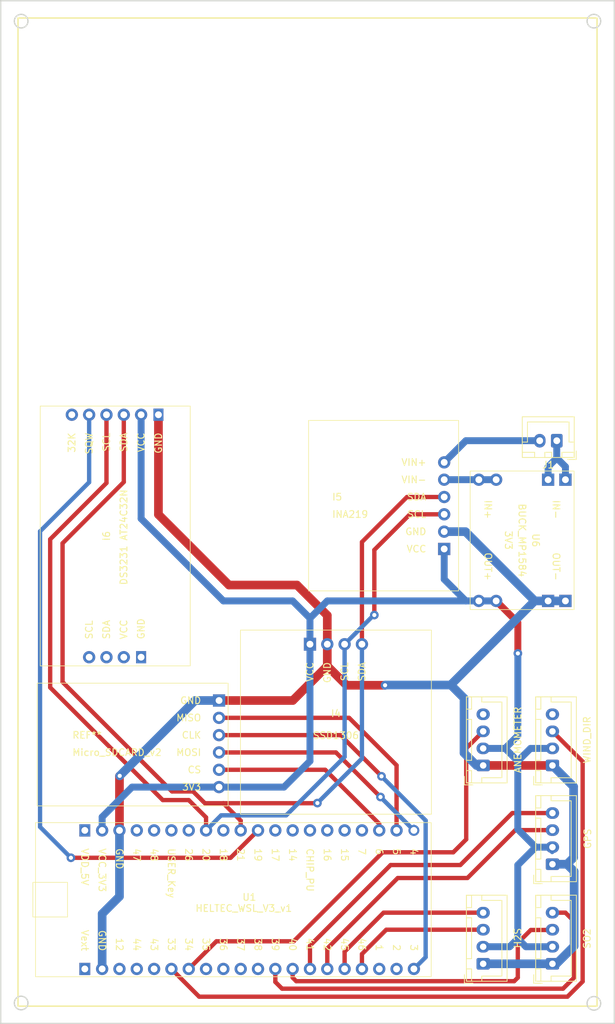
<source format=kicad_pcb>
(kicad_pcb (version 20241229) (generator "pcbnew") (generator_version "9.0")
  (layers (0 "F.Cu" signal) (2 "B.Cu" signal) (13 "F.Paste" user) (15 "B.Paste" user) (5 "F.SilkS" user "F.Silkscreen") (7 "B.SilkS" user "B.Silkscreen") (1 "F.Mask" user) (3 "B.Mask" user) (25 "Edge.Cuts" user))
  (net 0 "")
  (net 1 "+3V3")
  (net 2 "GND")
  (net 3 "SO2_TX")
  (net 4 "SO2_RX")
  (net 7 "H2S_RX")
  (net 8 "H2S_TX")
  (net 12 "GPS_TX")
  (net 15 "GPS_RX")
  (net 16 "I2C_SCL")
  (net 22 "I2C_SDA")
  (net 23 "Net-(I5-VIN-)")
  (net 24 "BMS_P+")
  (net 25 "RTC_INT_SQW")
  (net 31 "ADC_WIND_DIR")
  (net 32 "SPI_MOSI")
  (net 34 "SPI_SCK")
  (net 35 "SD_CS")
  (net 38 "SPI_MISO")
  (net 40 "ADC_ANEMOMETER")
  (net 41 "BMS_P-")
  (footprint "Custom Board:uBlox_NEO-6M_JST" (layer "F.Cu") (at 122.01 147.915 90)
    (property "Reference" "I3" (hide yes))
    (property "Value" "uBlox_NEO-6M" (hide yes))
    (fp_line (start -5.33 -2.84) (end -6.58 -2.84) (stroke (width 0.12)) (layer "F.SilkS"))
    (fp_line (start -6.58 -2.84) (end -6.58 -1.59) (stroke (width 0.12)) (layer "F.SilkS"))
    (fp_line (start 6.33 -2.55) (end -6.29 -2.55) (stroke (width 0.12)) (layer "F.SilkS"))
    (fp_line (start -6.29 -2.55) (end -6.29 3.42) (stroke (width 0.12)) (layer "F.SilkS"))
    (fp_line (start 6.32 -2.54) (end 4.52 -2.54) (stroke (width 0.12)) (layer "F.SilkS"))
    (fp_line (start 4.52 -2.54) (end 4.52 -1.79) (stroke (width 0.12)) (layer "F.SilkS"))
    (fp_line (start 3.02 -2.54) (end -2.98 -2.54) (stroke (width 0.12)) (layer "F.SilkS"))
    (fp_line (start -2.98 -2.54) (end -2.98 -1.79) (stroke (width 0.12)) (layer "F.SilkS"))
    (fp_line (start -4.48 -2.54) (end -6.28 -2.54) (stroke (width 0.12)) (layer "F.SilkS"))
    (fp_line (start -6.28 -2.54) (end -6.28 -1.79) (stroke (width 0.12)) (layer "F.SilkS"))
    (fp_line (start 6.32 -1.79) (end 6.32 -2.54) (stroke (width 0.12)) (layer "F.SilkS"))
    (fp_line (start 4.52 -1.79) (end 6.32 -1.79) (stroke (width 0.12)) (layer "F.SilkS"))
    (fp_line (start 3.02 -1.79) (end 3.02 -2.54) (stroke (width 0.12)) (layer "F.SilkS"))
    (fp_line (start -2.98 -1.79) (end 3.02 -1.79) (stroke (width 0.12)) (layer "F.SilkS"))
    (fp_line (start -4.48 -1.79) (end -4.48 -2.54) (stroke (width 0.12)) (layer "F.SilkS"))
    (fp_line (start -6.28 -1.79) (end -4.48 -1.79) (stroke (width 0.12)) (layer "F.SilkS"))
    (fp_line (start 6.32 -0.29) (end 5.57 -0.29) (stroke (width 0.12)) (layer "F.SilkS"))
    (fp_line (start 5.57 -0.29) (end 5.57 2.66) (stroke (width 0.12)) (layer "F.SilkS"))
    (fp_line (start -5.53 -0.29) (end -5.53 2.66) (stroke (width 0.12)) (layer "F.SilkS"))
    (fp_line (start -6.28 -0.29) (end -5.53 -0.29) (stroke (width 0.12)) (layer "F.SilkS"))
    (fp_line (start 5.57 2.66) (end 0.02 2.66) (stroke (width 0.12)) (layer "F.SilkS"))
    (fp_line (start -5.53 2.66) (end 0.02 2.66) (stroke (width 0.12)) (layer "F.SilkS"))
    (fp_line (start 6.33 3.42) (end 6.33 -2.55) (stroke (width 0.12)) (layer "F.SilkS"))
    (fp_line (start -6.29 3.42) (end 6.33 3.42) (stroke (width 0.12)) (layer "F.SilkS"))
    (fp_text user "GPS" (at 0 5.08 90) (layer "F.SilkS"))
    (pad "1" thru_hole roundrect (at -3.73 -0.09 90) (size 1.7 1.95) (drill 0.95) (layers "*.Cu" "*.Mask") (roundrect_rratio 0.147059) (net 2 "GND"))
    (pad "2" thru_hole oval (at -1.23 -0.09 90) (size 1.7 1.95) (drill 0.95) (layers "*.Cu" "*.Mask") (net 1 "+3V3"))
    (pad "3" thru_hole oval (at 1.27 -0.09 90) (size 1.7 1.95) (drill 0.95) (layers "*.Cu" "*.Mask") (net 12 "GPS_TX"))
    (pad "4" thru_hole oval (at 3.77 -0.09 90) (size 1.7 1.95) (drill 0.95) (layers "*.Cu" "*.Mask") (net 15 "GPS_RX"))
  )
  (footprint "Custom Board:TB600C_H2S" (layer "F.Cu") (at 111.76 162.48 90)
    (property "Reference" "I2" (hide yes))
    (property "Value" "TB600C_H2S" (hide yes))
    (fp_line (start -5.37 -2.75) (end -6.62 -2.75) (stroke (width 0.12)) (layer "F.SilkS"))
    (fp_line (start -6.62 -2.75) (end -6.62 -1.5) (stroke (width 0.12)) (layer "F.SilkS"))
    (fp_line (start 6.29 -2.46) (end -6.33 -2.46) (stroke (width 0.12)) (layer "F.SilkS"))
    (fp_line (start -6.33 -2.46) (end -6.33 3.51) (stroke (width 0.12)) (layer "F.SilkS"))
    (fp_line (start 6.28 -2.45) (end 4.48 -2.45) (stroke (width 0.12)) (layer "F.SilkS"))
    (fp_line (start 4.48 -2.45) (end 4.48 -1.7) (stroke (width 0.12)) (layer "F.SilkS"))
    (fp_line (start 2.98 -2.45) (end -3.02 -2.45) (stroke (width 0.12)) (layer "F.SilkS"))
    (fp_line (start -3.02 -2.45) (end -3.02 -1.7) (stroke (width 0.12)) (layer "F.SilkS"))
    (fp_line (start -4.52 -2.45) (end -6.32 -2.45) (stroke (width 0.12)) (layer "F.SilkS"))
    (fp_line (start -6.32 -2.45) (end -6.32 -1.7) (stroke (width 0.12)) (layer "F.SilkS"))
    (fp_line (start 6.28 -1.7) (end 6.28 -2.45) (stroke (width 0.12)) (layer "F.SilkS"))
    (fp_line (start 4.48 -1.7) (end 6.28 -1.7) (stroke (width 0.12)) (layer "F.SilkS"))
    (fp_line (start 2.98 -1.7) (end 2.98 -2.45) (stroke (width 0.12)) (layer "F.SilkS"))
    (fp_line (start -3.02 -1.7) (end 2.98 -1.7) (stroke (width 0.12)) (layer "F.SilkS"))
    (fp_line (start -4.52 -1.7) (end -4.52 -2.45) (stroke (width 0.12)) (layer "F.SilkS"))
    (fp_line (start -6.32 -1.7) (end -4.52 -1.7) (stroke (width 0.12)) (layer "F.SilkS"))
    (fp_line (start 6.28 -0.2) (end 5.53 -0.2) (stroke (width 0.12)) (layer "F.SilkS"))
    (fp_line (start 5.53 -0.2) (end 5.53 2.75) (stroke (width 0.12)) (layer "F.SilkS"))
    (fp_line (start -5.57 -0.2) (end -5.57 2.75) (stroke (width 0.12)) (layer "F.SilkS"))
    (fp_line (start -6.32 -0.2) (end -5.57 -0.2) (stroke (width 0.12)) (layer "F.SilkS"))
    (fp_line (start 5.53 2.75) (end -0.02 2.75) (stroke (width 0.12)) (layer "F.SilkS"))
    (fp_line (start -5.57 2.75) (end -0.02 2.75) (stroke (width 0.12)) (layer "F.SilkS"))
    (fp_line (start 6.29 3.51) (end 6.29 -2.46) (stroke (width 0.12)) (layer "F.SilkS"))
    (fp_line (start -6.33 3.51) (end 6.29 3.51) (stroke (width 0.12)) (layer "F.SilkS"))
    (fp_text user "H2S" (at 0 5.08 90) (layer "F.SilkS"))
    (pad "1" thru_hole roundrect (at -3.77 0 90) (size 1.7 1.95) (drill 0.95) (layers "*.Cu" "*.Mask") (roundrect_rratio 0.147059) (net 2 "GND"))
    (pad "2" thru_hole oval (at -1.27 0 90) (size 1.7 1.95) (drill 0.95) (layers "*.Cu" "*.Mask") (net 1 "+3V3"))
    (pad "3" thru_hole oval (at 1.23 0 90) (size 1.7 1.95) (drill 0.95) (layers "*.Cu" "*.Mask") (net 8 "H2S_TX"))
    (pad "4" thru_hole oval (at 3.73 0 90) (size 1.7 1.95) (drill 0.95) (layers "*.Cu" "*.Mask") (net 7 "H2S_RX"))
  )
  (footprint "Custom Board:SSD1306_onBoard" (layer "F.Cu") (at 90.17 130.81)
    (property "Reference" "I4" (at 0 -1.27 0) (layer "F.SilkS"))
    (property "Value" "SSD1306​")
    (fp_rect (start -14 -13.5) (end 14 13.5) (stroke (width 0.1)) (fill no) (layer "F.SilkS"))
    (fp_text user "SCL" (at 1.27 -8.89 90) (layer "F.SilkS") (effects (justify right)))
    (fp_text user "SDA" (at 3.81 -8.89 90) (layer "F.SilkS") (effects (justify right)))
    (fp_text user "SSD1306" (at 0 2.54 0) (layer "F.SilkS") (effects (justify bottom)))
    (fp_text user "GND" (at -1.27 -8.89 90) (layer "F.SilkS") (effects (justify right)))
    (fp_text user "VCC" (at -3.81 -8.89 90) (layer "F.SilkS") (effects (justify right)))
    (pad "1" thru_hole rect (at -3.81 -11.43) (size 1.8 1.9) (drill 1) (layers "*.Cu" "*.Mask") (net 1 "+3V3"))
    (pad "2" thru_hole circle (at -1.27 -11.43) (size 1.8 1.8) (drill 1) (layers "*.Cu" "*.Mask") (net 2 "GND"))
    (pad "3" thru_hole circle (at 1.27 -11.43) (size 1.8 1.8) (drill 1) (layers "*.Cu" "*.Mask") (net 16 "I2C_SCL"))
    (pad "4" thru_hole circle (at 3.81 -11.43) (size 1.8 1.8) (drill 1) (layers "*.Cu" "*.Mask") (net 22 "I2C_SDA"))
  )
  (footprint "Custom Board:DS3231" (layer "F.Cu") (at 59.055001 103.505 90)
    (property "Reference" "I6" (at 0 -2.54 90) (layer "F.SilkS"))
    (property "Value" "DS3231​")
    (fp_rect (start -19.05 -12.255494) (end 19.05 9.744506) (stroke (width 0.1)) (fill no) (layer "F.SilkS"))
    (fp_text user "GND" (at -15.24 2.54 90) (layer "F.SilkS") (effects (justify left)))
    (fp_text user "VCC" (at -15.24 0 90) (layer "F.SilkS") (effects (justify left)))
    (fp_text user "SDA" (at 15.24 -0.000001 90) (layer "F.SilkS") (effects (font (thickness 0.15) (bold yes)) (justify right)))
    (fp_text user "VCC" (at 15.24 2.539999 90) (layer "F.SilkS") (effects (font (thickness 0.15) (bold yes)) (justify right)))
    (fp_text user "SCL" (at 15.24 -2.540001 90) (layer "F.SilkS") (effects (font (thickness 0.15) (bold yes)) (justify right)))
    (fp_text user "SDA" (at -15.24 -2.54 90) (layer "F.SilkS") (effects (justify left)))
    (fp_text user "DS3231 AT24C32N" (at -0.185 0 90) (layer "F.SilkS"))
    (fp_text user "32K" (at 15.24 -7.620001 90) (layer "F.SilkS") (effects (font (thickness 0.15) (bold yes)) (justify right)))
    (fp_text user "GND" (at 15.24 5.079999 90) (layer "F.SilkS") (effects (font (thickness 0.15) (bold yes)) (justify right)))
    (fp_text user "SQW" (at 15.24 -5.080001 90) (layer "F.SilkS") (effects (font (thickness 0.15) (bold yes)) (justify right)))
    (fp_text user "SCL" (at -15.24 -5.08 90) (layer "F.SilkS") (effects (justify left)))
    (pad "1" thru_hole rect (at 17.78 5.079999 270) (size 1.8 1.47) (drill 1) (layers "*.Cu" "*.Mask") (net 2 "GND"))
    (pad "2" thru_hole circle (at 17.78 2.539999 270) (size 1.8 1.8) (drill 1) (layers "*.Cu" "*.Mask") (net 1 "+3V3"))
    (pad "3" thru_hole circle (at 17.78 -0.000001 270) (size 1.8 1.8) (drill 1) (layers "*.Cu" "*.Mask") (net 22 "I2C_SDA"))
    (pad "4" thru_hole circle (at 17.78 -2.540001 270) (size 1.8 1.8) (drill 1) (layers "*.Cu" "*.Mask") (net 16 "I2C_SCL"))
    (pad "5" thru_hole circle (at 17.78 -5.080001 270) (size 1.8 1.8) (drill 1) (layers "*.Cu" "*.Mask") (net 25 "RTC_INT_SQW"))
    (pad "6" thru_hole circle (at 17.78 -7.620001 270) (size 1.8 1.8) (drill 1) (layers "*.Cu" "*.Mask"))
    (pad "7" thru_hole rect (at -17.78 2.54 270) (size 1.8 1.47) (drill 1) (layers "*.Cu" "*.Mask"))
    (pad "8" thru_hole circle (at -17.78 0 270) (size 1.8 1.8) (drill 1) (layers "*.Cu" "*.Mask"))
    (pad "9" thru_hole circle (at -17.78 -2.54 270) (size 1.8 1.8) (drill 1) (layers "*.Cu" "*.Mask"))
    (pad "10" thru_hole circle (at -17.78 -5.08 270) (size 1.8 1.8) (drill 1) (layers "*.Cu" "*.Mask"))
  )
  (footprint "Connector_JST:JST_XH_B2B-XH-A_1x02_P2.50mm_Vertical" (layer "F.Cu") (at 122.555 89.535 180)
    (property "Reference" "J1" (at 1.25 -3.55 0) (layer "F.SilkS"))
    (property "Value" "Conn_01x02")
    (fp_line (start 5.06 3.51) (end 5.06 -2.46) (stroke (width 0.12)) (layer "F.SilkS"))
    (fp_line (start 5.06 -2.46) (end -2.56 -2.46) (stroke (width 0.12)) (layer "F.SilkS"))
    (fp_line (start 5.05 -0.2) (end 4.3 -0.2) (stroke (width 0.12)) (layer "F.SilkS"))
    (fp_line (start 5.05 -1.7) (end 5.05 -2.45) (stroke (width 0.12)) (layer "F.SilkS"))
    (fp_line (start 5.05 -2.45) (end 3.25 -2.45) (stroke (width 0.12)) (layer "F.SilkS"))
    (fp_line (start 4.3 2.75) (end 1.25 2.75) (stroke (width 0.12)) (layer "F.SilkS"))
    (fp_line (start 4.3 -0.2) (end 4.3 2.75) (stroke (width 0.12)) (layer "F.SilkS"))
    (fp_line (start 3.25 -1.7) (end 5.05 -1.7) (stroke (width 0.12)) (layer "F.SilkS"))
    (fp_line (start 3.25 -2.45) (end 3.25 -1.7) (stroke (width 0.12)) (layer "F.SilkS"))
    (fp_line (start 1.75 -1.7) (end 1.75 -2.45) (stroke (width 0.12)) (layer "F.SilkS"))
    (fp_line (start 1.75 -2.45) (end 0.75 -2.45) (stroke (width 0.12)) (layer "F.SilkS"))
    (fp_line (start 0.75 -1.7) (end 1.75 -1.7) (stroke (width 0.12)) (layer "F.SilkS"))
    (fp_line (start 0.75 -2.45) (end 0.75 -1.7) (stroke (width 0.12)) (layer "F.SilkS"))
    (fp_line (start -0.75 -1.7) (end -0.75 -2.45) (stroke (width 0.12)) (layer "F.SilkS"))
    (fp_line (start -0.75 -2.45) (end -2.55 -2.45) (stroke (width 0.12)) (layer "F.SilkS"))
    (fp_line (start -1.6 -2.75) (end -2.85 -2.75) (stroke (width 0.12)) (layer "F.SilkS"))
    (fp_line (start -1.8 2.75) (end 1.25 2.75) (stroke (width 0.12)) (layer "F.SilkS"))
    (fp_line (start -1.8 -0.2) (end -1.8 2.75) (stroke (width 0.12)) (layer "F.SilkS"))
    (fp_line (start -2.55 -0.2) (end -1.8 -0.2) (stroke (width 0.12)) (layer "F.SilkS"))
    (fp_line (start -2.55 -1.7) (end -0.75 -1.7) (stroke (width 0.12)) (layer "F.SilkS"))
    (fp_line (start -2.55 -2.45) (end -2.55 -1.7) (stroke (width 0.12)) (layer "F.SilkS"))
    (fp_line (start -2.56 3.51) (end 5.06 3.51) (stroke (width 0.12)) (layer "F.SilkS"))
    (fp_line (start -2.56 -2.46) (end -2.56 3.51) (stroke (width 0.12)) (layer "F.SilkS"))
    (fp_line (start -2.85 -2.75) (end -2.85 -1.5) (stroke (width 0.12)) (layer "F.SilkS"))
    (pad "1" thru_hole roundrect (at 0 0 180) (size 1.7 2) (drill 1) (layers "*.Cu" "*.Mask") (roundrect_rratio 0.147059) (net 41 "BMS_P-"))
    (pad "2" thru_hole oval (at 2.5 0 180) (size 1.7 2) (drill 1) (layers "*.Cu" "*.Mask") (net 24 "BMS_P+"))
  )
  (footprint "Custom Board:Heltec_WSL_V3_v1" (layer "F.Cu") (at 73.66 156.845 -90)
    (property "Reference" "U1" (at -0.36 -3.81 0) (layer "F.SilkS"))
    (property "Value" "Heltec_WSL_V3")
    (fp_rect (start -2.54 22.86) (end 2.54 27.94) (stroke (width 0.1)) (fill no) (layer "F.SilkS"))
    (fp_rect (start -11.3 -30.48) (end 11.3 27.55) (stroke (width 0.1)) (fill no) (layer "F.SilkS"))
    (fp_text user "18" (at -7.62 0 270) (layer "F.SilkS") (effects (justify left)))
    (fp_text user "43" (at 7.62 10.16 270) (layer "F.SilkS") (effects (justify right)))
    (fp_text user "2" (at 7.62 -25.4 270) (layer "F.SilkS") (effects (justify right)))
    (fp_text user "GND" (at -7.62 15.24 270) (layer "F.SilkS") (effects (justify left)))
    (fp_text user "35" (at 7.62 2.54 270) (layer "F.SilkS") (effects (justify right)))
    (fp_text user "20" (at -7.62 2.54 270) (layer "F.SilkS") (effects (justify left)))
    (fp_text user "48" (at -7.62 10.16 270) (layer "F.SilkS") (effects (justify left)))
    (fp_text user "26" (at -7.62 5.08 270) (layer "F.SilkS") (effects (justify left)))
    (fp_text user "1" (at 7.62 -22.86 270) (layer "F.SilkS") (effects (justify right)))
    (fp_text user "37" (at 7.62 -2.54 270) (layer "F.SilkS") (effects (justify right)))
    (fp_text user "12" (at 7.62 15.24 270) (layer "F.SilkS") (effects (justify right)))
    (fp_text user "21" (at -7.62 -2.54 270) (layer "F.SilkS") (effects (justify left)))
    (fp_text user "42" (at 7.62 -15.24 270) (layer "F.SilkS") (effects (justify right)))
    (fp_text user "VCC_3V3" (at -7.62 17.78 270) (layer "F.SilkS") (effects (justify left)))
    (fp_text user "36" (at 7.62 0 270) (layer "F.SilkS") (effects (justify right)))
    (fp_text user "Vext" (at 7.62 20.32 270) (layer "F.SilkS") (effects (justify right)))
    (fp_text user "39" (at 7.62 -7.62 270) (layer "F.SilkS") (effects (justify right)))
    (fp_text user "19" (at -7.62 -5.08 270) (layer "F.SilkS") (effects (justify left)))
    (fp_text user "GND" (at 7.62 17.78 270) (layer "F.SilkS") (effects (justify right)))
    (fp_text user "HELTEC_WSL_V3_v1" (at 1.27 -10.16 0) (layer "F.SilkS") (effects (justify right)))
    (fp_text user "38" (at 7.62 -5.08 270) (layer "F.SilkS") (effects (justify right)))
    (fp_text user "4" (at -7.62 -27.94 270) (layer "F.SilkS") (effects (justify left)))
    (fp_text user "40" (at 7.62 -10.16 270) (layer "F.SilkS") (effects (justify right)))
    (fp_text user "33" (at 7.62 7.62 270) (layer "F.SilkS") (effects (justify right)))
    (fp_text user "45" (at 7.62 -17.78 270) (layer "F.SilkS") (effects (justify right)))
    (fp_text user "46" (at 7.62 -20.32 270) (layer "F.SilkS") (effects (justify right)))
    (fp_text user "USER_Key" (at -7.62 7.62 270) (layer "F.SilkS") (effects (justify left)))
    (fp_text user "CHIP_PU" (at -7.62 -12.7 270) (layer "F.SilkS") (effects (justify left)))
    (fp_text user "41" (at 7.62 -12.7 270) (layer "F.SilkS") (effects (justify right)))
    (fp_text user "34" (at 7.62 5.08 270) (layer "F.SilkS") (effects (justify right)))
    (fp_text user "44" (at 7.62 12.7 270) (layer "F.SilkS") (effects (justify right)))
    (fp_text user "VDD_5V" (at -7.62 20.32 270) (layer "F.SilkS") (effects (justify left)))
    (fp_text user "17" (at -7.62 -7.62 270) (layer "F.SilkS") (effects (justify left)))
    (fp_text user "15" (at -7.62 -17.78 270) (layer "F.SilkS") (effects (justify left)))
    (fp_text user "14" (at -7.62 -10.16 270) (layer "F.SilkS") (effects (justify left)))
    (fp_text user "5" (at -7.62 -25.4 270) (layer "F.SilkS") (effects (justify left)))
    (fp_text user "7" (at -7.62 -20.32 270) (layer "F.SilkS") (effects (justify left)))
    (fp_text user "6" (at -7.62 -22.86 270) (layer "F.SilkS") (effects (justify left)))
    (fp_text user "47" (at -7.62 12.7 270) (layer "F.SilkS") (effects (justify left)))
    (fp_text user "16" (at -7.62 -15.24 270) (layer "F.SilkS") (effects (justify left)))
    (fp_text user "3" (at 7.62 -27.94 270) (layer "F.SilkS") (effects (justify right)))
    (pad "1" thru_hole rect (at 10.16 20.32 270) (size 1.8 1.6) (drill 1) (layers "*.Cu" "*.Mask"))
    (pad "2" thru_hole circle (at 10.16 17.78 180) (size 1.8 1.8) (drill 1) (layers "*.Cu" "*.Mask") (net 2 "GND"))
    (pad "3" thru_hole circle (at 10.16 15.24 180) (size 1.8 1.8) (drill 1) (layers "*.Cu" "*.Mask"))
    (pad "4" thru_hole circle (at 10.16 12.7 180) (size 1.8 1.8) (drill 1) (layers "*.Cu" "*.Mask"))
    (pad "5" thru_hole circle (at 10.16 10.16 180) (size 1.8 1.8) (drill 1) (layers "*.Cu" "*.Mask"))
    (pad "6" thru_hole circle (at 10.16 7.62 180) (size 1.8 1.8) (drill 1) (layers "*.Cu" "*.Mask") (net 31 "ADC_WIND_DIR"))
    (pad "7" thru_hole circle (at 10.16 5.08 180) (size 1.8 1.8) (drill 1) (layers "*.Cu" "*.Mask") (net 40 "ADC_ANEMOMETER"))
    (pad "8" thru_hole circle (at 10.16 2.54 180) (size 1.8 1.8) (drill 1) (layers "*.Cu" "*.Mask"))
    (pad "9" thru_hole circle (at 10.16 0 180) (size 1.8 1.8) (drill 1) (layers "*.Cu" "*.Mask"))
    (pad "10" thru_hole circle (at 10.16 -2.54 180) (size 1.8 1.8) (drill 1) (layers "*.Cu" "*.Mask"))
    (pad "11" thru_hole circle (at 10.16 -5.08 180) (size 1.8 1.8) (drill 1) (layers "*.Cu" "*.Mask"))
    (pad "12" thru_hole circle (at 10.16 -7.62 180) (size 1.8 1.8) (drill 1) (layers "*.Cu" "*.Mask") (net 4 "SO2_RX"))
    (pad "13" thru_hole circle (at 10.16 -10.16 180) (size 1.8 1.8) (drill 1) (layers "*.Cu" "*.Mask") (net 3 "SO2_TX"))
    (pad "14" thru_hole circle (at 10.16 -12.7 180) (size 1.8 1.8) (drill 1) (layers "*.Cu" "*.Mask") (net 15 "GPS_RX"))
    (pad "15" thru_hole circle (at 10.16 -15.24 180) (size 1.8 1.8) (drill 1) (layers "*.Cu" "*.Mask") (net 12 "GPS_TX"))
    (pad "16" thru_hole circle (at 10.16 -17.78 180) (size 1.8 1.8) (drill 1) (layers "*.Cu" "*.Mask") (net 7 "H2S_RX"))
    (pad "17" thru_hole circle (at 10.16 -20.32 180) (size 1.8 1.8) (drill 1) (layers "*.Cu" "*.Mask") (net 8 "H2S_TX"))
    (pad "18" thru_hole circle (at 10.16 -22.86 180) (size 1.8 1.8) (drill 1) (layers "*.Cu" "*.Mask"))
    (pad "19" thru_hole circle (at 10.16 -25.4 180) (size 1.8 1.8) (drill 1) (layers "*.Cu" "*.Mask"))
    (pad "20" thru_hole circle (at 10.16 -27.94 180) (size 1.8 1.8) (drill 1) (layers "*.Cu" "*.Mask") (net 34 "SPI_SCK"))
    (pad "21" thru_hole rect (at -10.16 20.32 270) (size 1.8 1.6) (drill 1) (layers "*.Cu" "*.Mask"))
    (pad "22" thru_hole circle (at -10.16 17.78 180) (size 1.8 1.8) (drill 1) (layers "*.Cu" "*.Mask") (net 1 "+3V3"))
    (pad "23" thru_hole circle (at -10.16 15.24 180) (size 1.8 1.8) (drill 1) (layers "*.Cu" "*.Mask") (net 2 "GND"))
    (pad "24" thru_hole circle (at -10.16 12.7 180) (size 1.8 1.8) (drill 1) (layers "*.Cu" "*.Mask"))
    (pad "25" thru_hole circle (at -10.16 10.16 180) (size 1.8 1.8) (drill 1) (layers "*.Cu" "*.Mask"))
    (pad "26" thru_hole circle (at -10.16 7.62 180) (size 1.8 1.8) (drill 1) (layers "*.Cu" "*.Mask"))
    (pad "27" thru_hole circle (at -10.16 5.08 180) (size 1.8 1.8) (drill 1) (layers "*.Cu" "*.Mask"))
    (pad "28" thru_hole circle (at -10.16 2.54 180) (size 1.8 1.8) (drill 1) (layers "*.Cu" "*.Mask") (net 16 "I2C_SCL"))
    (pad "29" thru_hole circle (at -10.16 0 180) (size 1.8 1.8) (drill 1) (layers "*.Cu" "*.Mask"))
    (pad "30" thru_hole circle (at -10.16 -2.54 180) (size 1.8 1.8) (drill 1) (layers "*.Cu" "*.Mask") (net 22 "I2C_SDA"))
    (pad "31" thru_hole circle (at -10.16 -5.08 180) (size 1.8 1.8) (drill 1) (layers "*.Cu" "*.Mask") (net 25 "RTC_INT_SQW"))
    (pad "32" thru_hole circle (at -10.16 -7.62 180) (size 1.8 1.8) (drill 1) (layers "*.Cu" "*.Mask"))
    (pad "33" thru_hole circle (at -10.16 -10.16 180) (size 1.8 1.8) (drill 1) (layers "*.Cu" "*.Mask"))
    (pad "34" thru_hole circle (at -10.16 -12.7 180) (size 1.8 1.8) (drill 1) (layers "*.Cu" "*.Mask"))
    (pad "35" thru_hole circle (at -10.16 -15.24 180) (size 1.8 1.8) (drill 1) (layers "*.Cu" "*.Mask"))
    (pad "36" thru_hole circle (at -10.16 -17.78 180) (size 1.8 1.8) (drill 1) (layers "*.Cu" "*.Mask"))
    (pad "37" thru_hole circle (at -10.16 -20.32 180) (size 1.8 1.8) (drill 1) (layers "*.Cu" "*.Mask"))
    (pad "38" thru_hole circle (at -10.16 -22.86 180) (size 1.8 1.8) (drill 1) (layers "*.Cu" "*.Mask") (net 35 "SD_CS"))
    (pad "39" thru_hole circle (at -10.16 -25.4 180) (size 1.8 1.8) (drill 1) (layers "*.Cu" "*.Mask") (net 38 "SPI_MISO"))
    (pad "40" thru_hole circle (at -10.16 -27.94 180) (size 1.6 1.6) (drill 1) (layers "*.Cu" "*.Mask") (net 32 "SPI_MOSI"))
  )
  (footprint "Custom Board:Micro_SDCARD_v2" (layer "F.Cu") (at 60.325 133.985)
    (property "Reference" "U3" (hide yes))
    (property "Value" "Micro_SDCARD_v2" (hide yes))
    (fp_rect (start -13.97 -8.89) (end 14.03 9.11) (stroke (width 0.1)) (fill no) (layer "F.SilkS"))
    (fp_text user "CLK" (at 10.16 -1.27 0) (layer "F.SilkS") (effects (justify right)))
    (fp_text user "GND" (at 10.16 -6.35 0) (layer "F.SilkS") (effects (justify right)))
    (fp_text user "3V3" (at 10.16 6.35 0) (layer "F.SilkS") (effects (justify right)))
    (fp_text user "MISO" (at 10.16 -3.81 0) (layer "F.SilkS") (effects (justify right)))
    (fp_text user "Micro_SDCARD_v2" (at -8.89 1.27 0) (layer "F.SilkS") (effects (justify left)))
    (fp_text user "REF**" (at -8.89 -1.27 0) (layer "F.SilkS") (effects (justify left)))
    (fp_text user "MOSI" (at 10.16 1.27 0) (layer "F.SilkS") (effects (justify right)))
    (fp_text user "CS" (at 10.16 3.81 0) (layer "F.SilkS") (effects (justify right)))
    (pad "1" thru_hole rect (at 12.7 -6.35 270) (size 1.8 1.8) (drill 1) (layers "*.Cu" "*.Mask") (net 2 "GND"))
    (pad "2" thru_hole circle (at 12.7 -3.81 270) (size 1.8 1.8) (drill 1) (layers "*.Cu" "*.Mask") (net 38 "SPI_MISO"))
    (pad "3" thru_hole circle (at 12.7 -1.27 270) (size 1.8 1.8) (drill 1) (layers "*.Cu" "*.Mask") (net 34 "SPI_SCK"))
    (pad "4" thru_hole circle (at 12.7 1.27 270) (size 1.8 1.8) (drill 1) (layers "*.Cu" "*.Mask") (net 32 "SPI_MOSI"))
    (pad "5" thru_hole circle (at 12.7 3.81 270) (size 1.8 1.8) (drill 1) (layers "*.Cu" "*.Mask") (net 35 "SD_CS"))
    (pad "6" thru_hole circle (at 12.7 6.35 270) (size 1.8 1.8) (drill 1) (layers "*.Cu" "*.Mask") (net 1 "+3V3"))
  )
  (footprint "Custom Board:STASRG_Anemometer" (layer "F.Cu") (at 111.76 133.41 90)
    (property "Reference" "U2" (hide yes))
    (property "Value" "Anemometer")
    (fp_line (start -5.35 -2.75) (end -6.6 -2.75) (stroke (width 0.12)) (layer "F.SilkS"))
    (fp_line (start -6.6 -2.75) (end -6.6 -1.5) (stroke (width 0.12)) (layer "F.SilkS"))
    (fp_line (start 6.31 -2.46) (end -6.31 -2.46) (stroke (width 0.12)) (layer "F.SilkS"))
    (fp_line (start -6.31 -2.46) (end -6.31 3.51) (stroke (width 0.12)) (layer "F.SilkS"))
    (fp_line (start 6.3 -2.45) (end 4.5 -2.45) (stroke (width 0.12)) (layer "F.SilkS"))
    (fp_line (start 4.5 -2.45) (end 4.5 -1.7) (stroke (width 0.12)) (layer "F.SilkS"))
    (fp_line (start 3 -2.45) (end -3 -2.45) (stroke (width 0.12)) (layer "F.SilkS"))
    (fp_line (start -3 -2.45) (end -3 -1.7) (stroke (width 0.12)) (layer "F.SilkS"))
    (fp_line (start -4.5 -2.45) (end -6.3 -2.45) (stroke (width 0.12)) (layer "F.SilkS"))
    (fp_line (start -6.3 -2.45) (end -6.3 -1.7) (stroke (width 0.12)) (layer "F.SilkS"))
    (fp_line (start 6.3 -1.7) (end 6.3 -2.45) (stroke (width 0.12)) (layer "F.SilkS"))
    (fp_line (start 4.5 -1.7) (end 6.3 -1.7) (stroke (width 0.12)) (layer "F.SilkS"))
    (fp_line (start 3 -1.7) (end 3 -2.45) (stroke (width 0.12)) (layer "F.SilkS"))
    (fp_line (start -3 -1.7) (end 3 -1.7) (stroke (width 0.12)) (layer "F.SilkS"))
    (fp_line (start -4.5 -1.7) (end -4.5 -2.45) (stroke (width 0.12)) (layer "F.SilkS"))
    (fp_line (start -6.3 -1.7) (end -4.5 -1.7) (stroke (width 0.12)) (layer "F.SilkS"))
    (fp_line (start 6.3 -0.2) (end 5.55 -0.2) (stroke (width 0.12)) (layer "F.SilkS"))
    (fp_line (start 5.55 -0.2) (end 5.55 2.75) (stroke (width 0.12)) (layer "F.SilkS"))
    (fp_line (start -5.55 -0.2) (end -5.55 2.75) (stroke (width 0.12)) (layer "F.SilkS"))
    (fp_line (start -6.3 -0.2) (end -5.55 -0.2) (stroke (width 0.12)) (layer "F.SilkS"))
    (fp_line (start 5.55 2.75) (end 0 2.75) (stroke (width 0.12)) (layer "F.SilkS"))
    (fp_line (start -5.55 2.75) (end 0 2.75) (stroke (width 0.12)) (layer "F.SilkS"))
    (fp_line (start 6.31 3.51) (end 6.31 -2.46) (stroke (width 0.12)) (layer "F.SilkS"))
    (fp_line (start -6.31 3.51) (end 6.31 3.51) (stroke (width 0.12)) (layer "F.SilkS"))
    (fp_text user "ANEMOMETER" (at 0 5.08 90) (layer "F.SilkS"))
    (pad "1" thru_hole roundrect (at -3.75 0 90) (size 1.7 1.95) (drill 0.95) (layers "*.Cu" "*.Mask") (roundrect_rratio 0.147059) (net 2 "GND"))
    (pad "2" thru_hole oval (at -1.25 0 90) (size 1.7 1.95) (drill 0.95) (layers "*.Cu" "*.Mask") (net 1 "+3V3"))
    (pad "3" thru_hole oval (at 1.25 0 90) (size 1.7 1.95) (drill 0.95) (layers "*.Cu" "*.Mask") (net 40 "ADC_ANEMOMETER"))
    (pad "4" thru_hole oval (at 3.75 0 90) (size 1.7 1.95) (drill 0.95) (layers "*.Cu" "*.Mask"))
  )
  (footprint "Custom Board:STASRG_Wind_Dir" (layer "F.Cu") (at 121.92 133.41 90)
    (property "Reference" "U4" (hide yes))
    (property "Value" "Wind_Direction" (hide yes))
    (fp_line (start -5.35 -2.75) (end -6.6 -2.75) (stroke (width 0.12)) (layer "F.SilkS"))
    (fp_line (start -6.6 -2.75) (end -6.6 -1.5) (stroke (width 0.12)) (layer "F.SilkS"))
    (fp_line (start 6.31 -2.46) (end -6.31 -2.46) (stroke (width 0.12)) (layer "F.SilkS"))
    (fp_line (start -6.31 -2.46) (end -6.31 3.51) (stroke (width 0.12)) (layer "F.SilkS"))
    (fp_line (start 6.3 -2.45) (end 4.5 -2.45) (stroke (width 0.12)) (layer "F.SilkS"))
    (fp_line (start 4.5 -2.45) (end 4.5 -1.7) (stroke (width 0.12)) (layer "F.SilkS"))
    (fp_line (start 3 -2.45) (end -3 -2.45) (stroke (width 0.12)) (layer "F.SilkS"))
    (fp_line (start -3 -2.45) (end -3 -1.7) (stroke (width 0.12)) (layer "F.SilkS"))
    (fp_line (start -4.5 -2.45) (end -6.3 -2.45) (stroke (width 0.12)) (layer "F.SilkS"))
    (fp_line (start -6.3 -2.45) (end -6.3 -1.7) (stroke (width 0.12)) (layer "F.SilkS"))
    (fp_line (start 6.3 -1.7) (end 6.3 -2.45) (stroke (width 0.12)) (layer "F.SilkS"))
    (fp_line (start 4.5 -1.7) (end 6.3 -1.7) (stroke (width 0.12)) (layer "F.SilkS"))
    (fp_line (start 3 -1.7) (end 3 -2.45) (stroke (width 0.12)) (layer "F.SilkS"))
    (fp_line (start -3 -1.7) (end 3 -1.7) (stroke (width 0.12)) (layer "F.SilkS"))
    (fp_line (start -4.5 -1.7) (end -4.5 -2.45) (stroke (width 0.12)) (layer "F.SilkS"))
    (fp_line (start -6.3 -1.7) (end -4.5 -1.7) (stroke (width 0.12)) (layer "F.SilkS"))
    (fp_line (start 6.3 -0.2) (end 5.55 -0.2) (stroke (width 0.12)) (layer "F.SilkS"))
    (fp_line (start 5.55 -0.2) (end 5.55 2.75) (stroke (width 0.12)) (layer "F.SilkS"))
    (fp_line (start -5.55 -0.2) (end -5.55 2.75) (stroke (width 0.12)) (layer "F.SilkS"))
    (fp_line (start -6.3 -0.2) (end -5.55 -0.2) (stroke (width 0.12)) (layer "F.SilkS"))
    (fp_line (start 5.55 2.75) (end 0 2.75) (stroke (width 0.12)) (layer "F.SilkS"))
    (fp_line (start -5.55 2.75) (end 0 2.75) (stroke (width 0.12)) (layer "F.SilkS"))
    (fp_line (start 6.31 3.51) (end 6.31 -2.46) (stroke (width 0.12)) (layer "F.SilkS"))
    (fp_line (start -6.31 3.51) (end 6.31 3.51) (stroke (width 0.12)) (layer "F.SilkS"))
    (fp_text user "WIND_DIR" (at 0 5.08 90) (layer "F.SilkS"))
    (pad "1" thru_hole roundrect (at -3.75 0 90) (size 1.7 1.95) (drill 0.95) (layers "*.Cu" "*.Mask") (roundrect_rratio 0.147059) (net 2 "GND"))
    (pad "2" thru_hole oval (at -1.25 0 90) (size 1.7 1.95) (drill 0.95) (layers "*.Cu" "*.Mask") (net 1 "+3V3"))
    (pad "3" thru_hole oval (at 1.25 0 90) (size 1.7 1.95) (drill 0.95) (layers "*.Cu" "*.Mask") (net 31 "ADC_WIND_DIR"))
    (pad "4" thru_hole oval (at 3.75 0 90) (size 1.7 1.95) (drill 0.95) (layers "*.Cu" "*.Mask"))
  )
  (footprint "Custom Board:TB600B_SO2" (layer "F.Cu") (at 121.92 162.56 90)
    (property "Reference" "I1" (hide yes))
    (property "Value" "TB600B SO2" (hide yes))
    (fp_line (start -5.29 -2.75) (end -6.54 -2.75) (stroke (width 0.12)) (layer "F.SilkS"))
    (fp_line (start -6.54 -2.75) (end -6.54 -1.5) (stroke (width 0.12)) (layer "F.SilkS"))
    (fp_line (start 6.37 -2.46) (end -6.25 -2.46) (stroke (width 0.12)) (layer "F.SilkS"))
    (fp_line (start -6.25 -2.46) (end -6.25 3.51) (stroke (width 0.12)) (layer "F.SilkS"))
    (fp_line (start 6.36 -2.45) (end 4.56 -2.45) (stroke (width 0.12)) (layer "F.SilkS"))
    (fp_line (start 4.56 -2.45) (end 4.56 -1.7) (stroke (width 0.12)) (layer "F.SilkS"))
    (fp_line (start 3.06 -2.45) (end -2.94 -2.45) (stroke (width 0.12)) (layer "F.SilkS"))
    (fp_line (start -2.94 -2.45) (end -2.94 -1.7) (stroke (width 0.12)) (layer "F.SilkS"))
    (fp_line (start -4.44 -2.45) (end -6.24 -2.45) (stroke (width 0.12)) (layer "F.SilkS"))
    (fp_line (start -6.24 -2.45) (end -6.24 -1.7) (stroke (width 0.12)) (layer "F.SilkS"))
    (fp_line (start 6.36 -1.7) (end 6.36 -2.45) (stroke (width 0.12)) (layer "F.SilkS"))
    (fp_line (start 4.56 -1.7) (end 6.36 -1.7) (stroke (width 0.12)) (layer "F.SilkS"))
    (fp_line (start 3.06 -1.7) (end 3.06 -2.45) (stroke (width 0.12)) (layer "F.SilkS"))
    (fp_line (start -2.94 -1.7) (end 3.06 -1.7) (stroke (width 0.12)) (layer "F.SilkS"))
    (fp_line (start -4.44 -1.7) (end -4.44 -2.45) (stroke (width 0.12)) (layer "F.SilkS"))
    (fp_line (start -6.24 -1.7) (end -4.44 -1.7) (stroke (width 0.12)) (layer "F.SilkS"))
    (fp_line (start 6.36 -0.2) (end 5.61 -0.2) (stroke (width 0.12)) (layer "F.SilkS"))
    (fp_line (start 5.61 -0.2) (end 5.61 2.75) (stroke (width 0.12)) (layer "F.SilkS"))
    (fp_line (start -5.49 -0.2) (end -5.49 2.75) (stroke (width 0.12)) (layer "F.SilkS"))
    (fp_line (start -6.24 -0.2) (end -5.49 -0.2) (stroke (width 0.12)) (layer "F.SilkS"))
    (fp_line (start 5.61 2.75) (end 0.06 2.75) (stroke (width 0.12)) (layer "F.SilkS"))
    (fp_line (start -5.49 2.75) (end 0.06 2.75) (stroke (width 0.12)) (layer "F.SilkS"))
    (fp_line (start 6.37 3.51) (end 6.37 -2.46) (stroke (width 0.12)) (layer "F.SilkS"))
    (fp_line (start -6.25 3.51) (end 6.37 3.51) (stroke (width 0.12)) (layer "F.SilkS"))
    (fp_text user "SO2" (at 0 5.08 90) (layer "F.SilkS"))
    (pad "1" thru_hole roundrect (at -3.69 0 90) (size 1.7 1.95) (drill 0.95) (layers "*.Cu" "*.Mask") (roundrect_rratio 0.147059) (net 2 "GND"))
    (pad "2" thru_hole oval (at -1.19 0 90) (size 1.7 1.95) (drill 0.95) (layers "*.Cu" "*.Mask") (net 1 "+3V3"))
    (pad "3" thru_hole oval (at 1.31 0 90) (size 1.7 1.95) (drill 0.95) (layers "*.Cu" "*.Mask") (net 3 "SO2_TX"))
    (pad "4" thru_hole oval (at 3.81 0 90) (size 1.7 1.95) (drill 0.95) (layers "*.Cu" "*.Mask") (net 4 "SO2_RX"))
  )
  (footprint "Custom Board:BUCK_MP1584_3V3_Module" (layer "F.Cu") (at 117.475 104.14 -90)
    (property "Reference" "U6" (at 0 -2 270) (layer "F.SilkS"))
    (property "Value" "BUCK_MP1584_3V3")
    (fp_rect (start -10.16 -7.62) (end 10.16 7.62) (stroke (width 0.1)) (fill no) (layer "F.SilkS"))
    (fp_text user "OUT+" (at 6 5 270) (layer "F.SilkS") (effects (justify right)))
    (fp_text user "3V3" (at 0 2 270) (layer "F.SilkS"))
    (fp_text user "IN+" (at -6 5 270) (layer "F.SilkS") (effects (justify left)))
    (fp_text user "IN-" (at -6 -5 270) (layer "F.SilkS") (effects (justify left)))
    (fp_text user "BUCK_MP1584" (at 0 0 270) (layer "F.SilkS"))
    (fp_text user "OUT-" (at 6 -5 270) (layer "F.SilkS") (effects (justify right)))
    (pad "1" thru_hole circle (at -8.89 3.81 270) (size 1.8 1.8) (drill 1) (layers "*.Cu" "*.Mask") (net 23 "Net-(I5-VIN-)"))
    (pad "1" thru_hole circle (at -8.89 6.35 270) (size 1.8 1.8) (drill 1) (layers "*.Cu" "*.Mask") (net 23 "Net-(I5-VIN-)"))
    (pad "2" thru_hole rect (at -8.89 -6.35 270) (size 1.8 1.8) (drill 1) (layers "*.Cu" "*.Mask") (net 41 "BMS_P-"))
    (pad "2" thru_hole rect (at -8.89 -3.81 270) (size 1.8 1.8) (drill 1) (layers "*.Cu" "*.Mask") (net 41 "BMS_P-"))
    (pad "3" thru_hole circle (at 8.89 3.81 270) (size 1.8 1.8) (drill 1) (layers "*.Cu" "*.Mask") (net 1 "+3V3"))
    (pad "3" thru_hole circle (at 8.89 6.35 270) (size 1.8 1.8) (drill 1) (layers "*.Cu" "*.Mask") (net 1 "+3V3"))
    (pad "4" thru_hole rect (at 8.89 -6.35 270) (size 1.8 1.8) (drill 1) (layers "*.Cu" "*.Mask") (net 2 "GND"))
    (pad "4" thru_hole rect (at 8.89 -3.81 270) (size 1.8 1.8) (drill 1) (layers "*.Cu" "*.Mask") (net 2 "GND"))
  )
  (footprint "Custom Board:INA219" (layer "F.Cu") (at 97.155 99.06)
    (property "Reference" "I5" (at -7.62 -1.27 0) (layer "F.SilkS") (effects (justify left)))
    (property "Value" "INA219")
    (fp_rect (start -11 -12.5) (end 11 12.5) (stroke (width 0.1)) (fill no) (layer "F.SilkS"))
    (fp_text user "VIN-" (at 6.35 -3.81 0) (layer "F.SilkS") (effects (justify right)))
    (fp_text user "VCC" (at 6.35 6.35 0) (layer "F.SilkS") (effects (justify right)))
    (fp_text user "INA219" (at -7.62 1.27 0) (layer "F.SilkS") (effects (justify left)))
    (fp_text user "SDA" (at 6.35 -1.27 0) (layer "F.SilkS") (effects (justify right)))
    (fp_text user "VIN+" (at 6.35 -6.35 0) (layer "F.SilkS") (effects (justify right)))
    (fp_text user "GND" (at 6.35 3.81 0) (layer "F.SilkS") (effects (justify right)))
    (fp_text user "SCL" (at 6.35 1.27 0) (layer "F.SilkS") (effects (justify right)))
    (pad "1" thru_hole rect (at 8.89 6.35 90) (size 1.8 1.8) (drill 1) (layers "*.Cu" "*.Mask") (net 1 "+3V3"))
    (pad "2" thru_hole circle (at 8.89 3.81 90) (size 1.8 1.8) (drill 1) (layers "*.Cu" "*.Mask") (net 2 "GND"))
    (pad "3" thru_hole circle (at 8.89 1.27 90) (size 1.8 1.8) (drill 1) (layers "*.Cu" "*.Mask") (net 16 "I2C_SCL"))
    (pad "4" thru_hole circle (at 8.89 -1.27 90) (size 1.8 1.8) (drill 1) (layers "*.Cu" "*.Mask") (net 22 "I2C_SDA"))
    (pad "5" thru_hole circle (at 8.89 -3.81 90) (size 1.8 1.8) (drill 1) (layers "*.Cu" "*.Mask") (net 23 "Net-(I5-VIN-)"))
    (pad "6" thru_hole circle (at 8.89 -6.35 90) (size 1.8 1.8) (drill 1) (layers "*.Cu" "*.Mask") (net 24 "BMS_P+"))
  )
  (gr_rect (start 43.54 27.54) (end 128.46 172.46) (stroke (width 0.2)) (fill no) (layer "F.SilkS"))
  (gr_circle (center 44 28) (end 45 28) (stroke (width 0.2)) (fill no) (layer "Edge.Cuts"))
  (gr_circle (center 44 172) (end 45 172) (stroke (width 0.2)) (fill no) (layer "Edge.Cuts"))
  (gr_rect (start 41 25) (end 131 175) (stroke (width 0.2)) (fill no) (layer "Edge.Cuts"))
  (gr_circle (center 128 172.05) (end 129 172.05) (stroke (width 0.2)) (fill no) (layer "Edge.Cuts"))
  (gr_circle (center 128 28) (end 129 28) (stroke (width 0.2)) (fill no) (layer "Edge.Cuts"))
  (segment (start 116.85 120.725) (end 116.85 116.215) (width 1.016) (layer "F.Cu") (net 1))
  (segment (start 116.85 116.215) (end 113.665 113.03) (width 1.016) (layer "F.Cu") (net 1))
  (via (at 116.85 120.725) (size 1.27) (drill 0.6096) (layers "F.Cu" "B.Cu") (net 1))
  (segment (start 119.46 149.145) (end 121.92 149.145) (width 1.016) (layer "B.Cu") (net 1))
  (segment (start 61.595 85.725) (end 61.594998 85.725002) (width 1.016) (layer "B.Cu") (net 1))
  (segment (start 114.975 134.66) (end 116.84 136.525) (width 1.016) (layer "B.Cu") (net 1))
  (segment (start 111.76 163.75) (end 115.65 163.75) (width 1.016) (layer "B.Cu") (net 1))
  (segment (start 61.594998 85.725002) (end 61.594998 100.964998) (width 1.016) (layer "B.Cu") (net 1))
  (segment (start 116.84 120.735) (end 116.85 120.725) (width 1.016) (layer "B.Cu") (net 1))
  (segment (start 116.85 132.785) (end 116.85 120.725) (width 1.016) (layer "B.Cu") (net 1))
  (segment (start 82.55 140.335) (end 86.36 136.525) (width 1.016) (layer "B.Cu") (net 1))
  (segment (start 114.975 134.66) (end 116.85 132.785) (width 1.016) (layer "B.Cu") (net 1))
  (segment (start 86.36 119.38) (end 86.36 136.525) (width 1.016) (layer "B.Cu") (net 1))
  (segment (start 111.76 134.66) (end 114.975 134.66) (width 1.016) (layer "B.Cu") (net 1))
  (segment (start 86.36 119.38) (end 86.36 115.57) (width 1.016) (layer "B.Cu") (net 1))
  (segment (start 113.665 113.03) (end 111.125 113.03) (width 1.016) (layer "B.Cu") (net 1))
  (segment (start 106.045 105.41) (end 106.045 109.855) (width 1.016) (layer "B.Cu") (net 1))
  (segment (start 55.88 144.72) (end 60.265 140.335) (width 1.016) (layer "B.Cu") (net 1))
  (segment (start 73.025 140.335) (end 82.55 140.335) (width 1.016) (layer "B.Cu") (net 1))
  (segment (start 119.46 149.145) (end 116.84 146.525) (width 1.016) (layer "B.Cu") (net 1))
  (segment (start 109.22 113.03) (end 111.125 113.03) (width 1.016) (layer "B.Cu") (net 1))
  (segment (start 83.82 113.03) (end 86.36 115.57) (width 1.016) (layer "B.Cu") (net 1))
  (segment (start 106.045 109.855) (end 109.22 113.03) (width 1.016) (layer "B.Cu") (net 1))
  (segment (start 121.92 134.66) (end 118.705 134.66) (width 1.016) (layer "B.Cu") (net 1))
  (segment (start 121.92 149.82) (end 121.88 149.86) (width 0.635) (layer "B.Cu") (net 1))
  (segment (start 116.84 151.765) (end 119.46 149.145) (width 1.016) (layer "B.Cu") (net 1))
  (segment (start 116.84 146.525) (end 116.84 136.525) (width 1.016) (layer "B.Cu") (net 1))
  (segment (start 60.265 140.335) (end 73.025 140.335) (width 1.016) (layer "B.Cu") (net 1))
  (segment (start 116.84 162.56) (end 116.84 151.765) (width 1.016) (layer "B.Cu") (net 1))
  (segment (start 86.36 115.57) (end 88.9 113.03) (width 1.016) (layer "B.Cu") (net 1))
  (segment (start 55.88 146.685) (end 55.88 144.72) (width 1.016) (layer "B.Cu") (net 1))
  (segment (start 118.705 134.66) (end 116.84 136.525) (width 1.016) (layer "B.Cu") (net 1))
  (segment (start 121.92 163.75) (end 118.03 163.75) (width 1.016) (layer "B.Cu") (net 1))
  (segment (start 118.03 163.75) (end 116.84 162.56) (width 1.016) (layer "B.Cu") (net 1))
  (segment (start 88.9 113.03) (end 109.22 113.03) (width 1.016) (layer "B.Cu") (net 1))
  (segment (start 61.594998 100.964998) (end 73.66 113.03) (width 1.016) (layer "B.Cu") (net 1))
  (segment (start 73.66 113.03) (end 83.82 113.03) (width 1.016) (layer "B.Cu") (net 1))
  (segment (start 115.65 163.75) (end 116.84 162.56) (width 1.016) (layer "B.Cu") (net 1))
  (segment (start 84.45 110.7) (end 74.475 110.7) (width 1.27) (layer "F.Cu") (net 2))
  (segment (start 74.475 110.7) (end 64.135 100.36) (width 1.27) (layer "F.Cu") (net 2))
  (segment (start 83.84 127.635) (end 88.9 122.575) (width 1.27) (layer "F.Cu") (net 2))
  (segment (start 64.135 100.36) (end 64.135 85.725) (width 1.27) (layer "F.Cu") (net 2))
  (segment (start 121.92 137.16) (end 111.76 137.16) (width 1.27) (layer "F.Cu") (net 2))
  (segment (start 58.42 138.72041) (end 58.45641 138.684) (width 1.27) (layer "F.Cu") (net 2))
  (segment (start 97.375 125.4) (end 91.725 125.4) (width 1.27) (layer "F.Cu") (net 2))
  (segment (start 58.42 146.685) (end 58.42 138.72041) (width 1.27) (layer "F.Cu") (net 2))
  (segment (start 88.9 115.15) (end 84.45 110.7) (width 1.27) (layer "F.Cu") (net 2))
  (segment (start 73.025 127.635) (end 83.84 127.635) (width 1.27) (layer "F.Cu") (net 2))
  (segment (start 88.9 119.38) (end 88.9 115.15) (width 1.27) (layer "F.Cu") (net 2))
  (segment (start 88.9 122.575) (end 88.9 119.38) (width 1.27) (layer "F.Cu") (net 2))
  (segment (start 91.725 125.4) (end 88.9 122.575) (width 1.27) (layer "F.Cu") (net 2))
  (via (at 58.45641 138.684) (size 1.27) (drill 0.6096) (layers "F.Cu" "B.Cu") (net 2))
  (via (at 97.375 125.4) (size 1.27) (drill 0.6096) (layers "F.Cu" "B.Cu") (net 2))
  (segment (start 55.88 158.92) (end 55.88 167.005) (width 1.27) (layer "B.Cu") (net 2))
  (segment (start 58.42 156.38) (end 55.88 158.92) (width 1.27) (layer "B.Cu") (net 2))
  (segment (start 122.5 166.25) (end 125.1 163.65) (width 1.27) (layer "B.Cu") (net 2))
  (segment (start 58.45641 138.684) (end 69.50541 127.635) (width 1.27) (layer "B.Cu") (net 2))
  (segment (start 107.025 125.365) (end 97.41 125.365) (width 1.27) (layer "B.Cu") (net 2))
  (segment (start 119.33 113.03) (end 119.325 113.025) (width 1.27) (layer "B.Cu") (net 2))
  (segment (start 124.05 151.645) (end 125.025 150.67) (width 1.27) (layer "B.Cu") (net 2))
  (segment (start 108.95 135.325) (end 108.95 127.29) (width 1.27) (layer "B.Cu") (net 2))
  (segment (start 97.41 125.365) (end 97.375 125.4) (width 1.27) (layer "B.Cu") (net 2))
  (segment (start 69.50541 127.635) (end 73.025 127.635) (width 1.27) (layer "B.Cu") (net 2))
  (segment (start 108.95 135.325) (end 110.785 137.16) (width 1.27) (layer "B.Cu") (net 2))
  (segment (start 121.285 113.03) (end 119.33 113.03) (width 1.27) (layer "B.Cu") (net 2))
  (segment (start 121.92 166.25) (end 122.5 166.25) (width 1.27) (layer "B.Cu") (net 2))
  (segment (start 125.025 150.67) (end 125.025 140.265) (width 1.27) (layer "B.Cu") (net 2))
  (segment (start 125.1 152.695) (end 124.05 151.645) (width 1.27) (layer "B.Cu") (net 2))
  (segment (start 119.325 113.025) (end 107.025 125.325) (width 1.27) (layer "B.Cu") (net 2))
  (segment (start 110.785 137.16) (end 111.76 137.16) (width 1.27) (layer "B.Cu") (net 2))
  (segment (start 125.1 163.65) (end 125.1 152.695) (width 1.27) (layer "B.Cu") (net 2))
  (segment (start 109.17 102.87) (end 106.045 102.87) (width 1.27) (layer "B.Cu") (net 2))
  (segment (start 58.42 146.685) (end 58.42 156.38) (width 1.27) (layer "B.Cu") (net 2))
  (segment (start 119.325 113.025) (end 109.17 102.87) (width 1.27) (layer "B.Cu") (net 2))
  (segment (start 125.025 140.265) (end 121.92 137.16) (width 1.27) (layer "B.Cu") (net 2))
  (segment (start 121.92 166.25) (end 111.76 166.25) (width 1.27) (layer "B.Cu") (net 2))
  (segment (start 107.025 125.325) (end 107.025 125.365) (width 1.27) (layer "B.Cu") (net 2))
  (segment (start 121.92 151.645) (end 124.05 151.645) (width 1.27) (layer "B.Cu") (net 2))
  (segment (start 123.825 113.03) (end 121.285 113.03) (width 1.27) (layer "B.Cu") (net 2))
  (segment (start 108.95 127.29) (end 107.025 125.365) (width 1.27) (layer "B.Cu") (net 2))
  (segment (start 116.315 168.8) (end 116.84 168.275) (width 0.635) (layer "F.Cu") (net 3))
  (segment (start 116.84 168.275) (end 116.84 163.195) (width 0.635) (layer "F.Cu") (net 3))
  (segment (start 83.82 167.005) (end 83.82 168.275) (width 0.635) (layer "F.Cu") (net 3))
  (segment (start 84.345 168.8) (end 116.315 168.8) (width 0.635) (layer "F.Cu") (net 3))
  (segment (start 116.84 163.195) (end 118.745 161.29) (width 0.635) (layer "F.Cu") (net 3))
  (segment (start 83.82 168.275) (end 84.345 168.8) (width 0.635) (layer "F.Cu") (net 3))
  (segment (start 121.88 161.29) (end 121.92 161.25) (width 0.635) (layer "F.Cu") (net 3))
  (segment (start 118.745 161.29) (end 121.88 161.29) (width 0.635) (layer "F.Cu") (net 3))
  (segment (start 125.095 160.02) (end 123.825 158.75) (width 0.635) (layer "F.Cu") (net 4))
  (segment (start 82.27 169.9) (end 123.47 169.9) (width 0.635) (layer "F.Cu") (net 4))
  (segment (start 81.28 167.005) (end 81.28 168.91) (width 0.635) (layer "F.Cu") (net 4))
  (segment (start 123.825 158.75) (end 121.92 158.75) (width 0.635) (layer "F.Cu") (net 4))
  (segment (start 125.095 168.275) (end 125.095 160.02) (width 0.635) (layer "F.Cu") (net 4))
  (segment (start 123.47 169.9) (end 125.095 168.275) (width 0.635) (layer "F.Cu") (net 4))
  (segment (start 81.28 168.91) (end 82.27 169.9) (width 0.635) (layer "F.Cu") (net 4))
  (segment (start 91.44 164.465) (end 97.155 158.75) (width 0.635) (layer "F.Cu") (net 7))
  (segment (start 91.44 167.005) (end 91.44 164.465) (width 0.635) (layer "F.Cu") (net 7))
  (segment (start 97.155 158.75) (end 111.76 158.75) (width 0.635) (layer "F.Cu") (net 7))
  (segment (start 97.55 161.25) (end 93.98 164.82) (width 0.635) (layer "F.Cu") (net 8))
  (segment (start 93.98 164.82) (end 93.98 167.005) (width 0.635) (layer "F.Cu") (net 8))
  (segment (start 111.76 161.25) (end 97.55 161.25) (width 0.635) (layer "F.Cu") (net 8))
  (segment (start 88.9 167.005) (end 88.9 164) (width 0.635) (layer "F.Cu") (net 12))
  (segment (start 88.9 164) (end 99.23 153.67) (width 0.635) (layer "F.Cu") (net 12))
  (segment (start 116.48 146.645) (end 121.92 146.645) (width 0.635) (layer "F.Cu") (net 12))
  (segment (start 99.23 153.67) (end 109.455 153.67) (width 0.635) (layer "F.Cu") (net 12))
  (segment (start 109.455 153.67) (end 116.48 146.645) (width 0.635) (layer "F.Cu") (net 12))
  (segment (start 86.36 167.005) (end 86.36 163.59) (width 0.635) (layer "F.Cu") (net 15))
  (segment (start 116.03 144.145) (end 121.92 144.145) (width 0.635) (layer "F.Cu") (net 15))
  (segment (start 108.41 151.765) (end 116.03 144.145) (width 0.635) (layer "F.Cu") (net 15))
  (segment (start 98.185 151.765) (end 108.41 151.765) (width 0.635) (layer "F.Cu") (net 15))
  (segment (start 86.36 163.59) (end 98.185 151.765) (width 0.635) (layer "F.Cu") (net 15))
  (segment (start 64.77 142.24) (end 61.595 139.065) (width 0.635) (layer "F.Cu") (net 16))
  (segment (start 48.26 103.99) (end 48.26 125.73) (width 0.635) (layer "F.Cu") (net 16))
  (segment (start 68.58 142.24) (end 71.12 144.78) (width 0.635) (layer "F.Cu") (net 16))
  (segment (start 101.075 100.275) (end 95.8 105.55) (width 0.635) (layer "F.Cu") (net 16))
  (segment (start 48.26 125.73) (end 61.595 139.065) (width 0.635) (layer "F.Cu") (net 16))
  (segment (start 95.8 105.55) (end 95.8 115.1) (width 0.635) (layer "F.Cu") (net 16))
  (segment (start 106.045 100.33) (end 101.13 100.33) (width 0.635) (layer "F.Cu") (net 16))
  (segment (start 101.13 100.33) (end 101.075 100.275) (width 0.635) (layer "F.Cu") (net 16))
  (segment (start 56.515 85.725) (end 56.515 95.735) (width 0.635) (layer "F.Cu") (net 16))
  (segment (start 68.58 142.24) (end 64.77 142.24) (width 0.635) (layer "F.Cu") (net 16))
  (segment (start 56.515 95.735) (end 48.26 103.99) (width 0.635) (layer "F.Cu") (net 16))
  (segment (start 71.12 144.78) (end 71.12 146.685) (width 0.635) (layer "F.Cu") (net 16))
  (via (at 95.8 115.1) (size 1.27) (drill 0.6096) (layers "F.Cu" "B.Cu") (net 16))
  (segment (start 91.44 119.38) (end 91.44 135.91) (width 0.635) (layer "B.Cu") (net 16))
  (segment (start 95.8 115.1) (end 95.72 115.1) (width 0.635) (layer "B.Cu") (net 16))
  (segment (start 91.44 135.91) (end 82.875 144.475) (width 0.635) (layer "B.Cu") (net 16))
  (segment (start 82.875 144.475) (end 73.33 144.475) (width 0.635) (layer "B.Cu") (net 16))
  (segment (start 73.33 144.475) (end 71.12 146.685) (width 0.635) (layer "B.Cu") (net 16))
  (segment (start 95.72 115.1) (end 91.44 119.38) (width 0.635) (layer "B.Cu") (net 16))
  (segment (start 73.65 142.7) (end 76.2 145.25) (width 0.635) (layer "F.Cu") (net 22))
  (segment (start 93.98 119.38) (end 93.98 104.395) (width 0.635) (layer "F.Cu") (net 22))
  (segment (start 66.12 140.97) (end 69.215 140.97) (width 0.635) (layer "F.Cu") (net 22))
  (segment (start 59.055 85.725) (end 59.055 95.595) (width 0.635) (layer "F.Cu") (net 22))
  (segment (start 100.585 97.79) (end 106.045 97.79) (width 0.635) (layer "F.Cu") (net 22))
  (segment (start 59.055 95.595) (end 50.075 104.575) (width 0.635) (layer "F.Cu") (net 22))
  (segment (start 73.65 142.7) (end 87.425 142.7) (width 0.635) (layer "F.Cu") (net 22))
  (segment (start 93.98 104.395) (end 100.585 97.79) (width 0.635) (layer "F.Cu") (net 22))
  (segment (start 50.075 104.575) (end 50.075 124.925) (width 0.635) (layer "F.Cu") (net 22))
  (segment (start 87.425 142.7) (end 87.45 142.675) (width 0.635) (layer "F.Cu") (net 22))
  (segment (start 69.215 140.97) (end 70.945 142.7) (width 0.635) (layer "F.Cu") (net 22))
  (segment (start 70.945 142.7) (end 73.65 142.7) (width 0.635) (layer "F.Cu") (net 22))
  (segment (start 76.2 145.25) (end 76.2 146.685) (width 0.635) (layer "F.Cu") (net 22))
  (segment (start 50.075 124.925) (end 66.12 140.97) (width 0.635) (layer "F.Cu") (net 22))
  (via (at 87.45 142.675) (size 1.27) (drill 0.6096) (layers "F.Cu" "B.Cu") (net 22))
  (segment (start 93.98 136.145) (end 93.98 119.38) (width 0.635) (layer "B.Cu") (net 22))
  (segment (start 87.45 142.675) (end 93.98 136.145) (width 0.635) (layer "B.Cu") (net 22))
  (segment (start 106.045 95.25) (end 113.665 95.25) (width 1.016) (layer "B.Cu") (net 23))
  (segment (start 106.045 92.71) (end 109.22 89.535) (width 1.016) (layer "B.Cu") (net 24))
  (segment (start 109.22 89.535) (end 120.055 89.535) (width 1.016) (layer "B.Cu") (net 24))
  (segment (start 51.3 150.7) (end 74.725 150.7) (width 0.635) (layer "F.Cu") (net 25))
  (segment (start 74.725 150.7) (end 78.74 146.685) (width 0.635) (layer "F.Cu") (net 25))
  (via (at 51.3 150.7) (size 1.27) (drill 0.6096) (layers "F.Cu" "B.Cu") (net 25))
  (segment (start 53.975 85.725) (end 53.975 95.625) (width 0.635) (layer "B.Cu") (net 25))
  (segment (start 46.775 102.825) (end 46.775 146.175) (width 0.635) (layer "B.Cu") (net 25))
  (segment (start 53.975 95.625) (end 46.775 102.825) (width 0.635) (layer "B.Cu") (net 25))
  (segment (start 46.775 146.175) (end 51.3 150.7) (width 0.635) (layer "B.Cu") (net 25))
  (segment (start 70.11 171.075) (end 66.04 167.005) (width 0.635) (layer "F.Cu") (net 31))
  (segment (start 121.92 132.16) (end 126.35 136.59) (width 0.635) (layer "F.Cu") (net 31))
  (segment (start 126.35 168.85) (end 124.125 171.075) (width 0.635) (layer "F.Cu") (net 31))
  (segment (start 124.125 171.075) (end 70.11 171.075) (width 0.635) (layer "F.Cu") (net 31))
  (segment (start 126.35 136.59) (end 126.35 168.85) (width 0.635) (layer "F.Cu") (net 31))
  (segment (start 90.17 135.255) (end 73.025 135.255) (width 0.635) (layer "F.Cu") (net 32))
  (segment (start 96.7 141.785) (end 90.17 135.255) (width 0.635) (layer "F.Cu") (net 32))
  (via (at 96.7 141.785) (size 1.27) (drill 0.6096) (layers "F.Cu" "B.Cu") (net 32))
  (segment (start 101.6 146.15) (end 101.6 146.685) (width 0.635) (layer "B.Cu") (net 32))
  (segment (start 96.7 141.785) (end 101.6 146.685) (width 0.635) (layer "B.Cu") (net 32))
  (segment (start 96.85 138.75) (end 96.85 138.725) (width 0.635) (layer "F.Cu") (net 34))
  (segment (start 90.84 132.715) (end 73.025 132.715) (width 0.635) (layer "F.Cu") (net 34))
  (segment (start 96.85 138.725) (end 90.84 132.715) (width 0.635) (layer "F.Cu") (net 34))
  (via (at 96.85 138.75) (size 1.27) (drill 0.6096) (layers "F.Cu" "B.Cu") (net 34))
  (segment (start 96.85 138.75) (end 103.325 145.225) (width 0.635) (layer "B.Cu") (net 34))
  (segment (start 103.325 165.28) (end 101.6 167.005) (width 0.635) (layer "B.Cu") (net 34))
  (segment (start 103.325 145.225) (end 103.325 165.28) (width 0.635) (layer "B.Cu") (net 34))
  (segment (start 73.025 137.795) (end 88.595 137.795) (width 0.635) (layer "F.Cu") (net 35))
  (segment (start 96.52 145.72) (end 96.52 146.685) (width 0.635) (layer "F.Cu") (net 35))
  (segment (start 88.595 137.795) (end 96.52 145.72) (width 0.635) (layer "F.Cu") (net 35))
  (segment (start 73.025 130.175) (end 92.1 130.175) (width 0.635) (layer "F.Cu") (net 38))
  (segment (start 99.06 137.135) (end 99.06 146.685) (width 0.635) (layer "F.Cu") (net 38))
  (segment (start 92.1 130.175) (end 99.06 137.135) (width 0.635) (layer "F.Cu") (net 38))
  (segment (start 97.025 149.9) (end 107.375 149.9) (width 0.635) (layer "F.Cu") (net 40))
  (segment (start 83.975 162.95) (end 97.025 149.9) (width 0.635) (layer "F.Cu") (net 40))
  (segment (start 107.375 149.9) (end 109.275 148) (width 0.635) (layer "F.Cu") (net 40))
  (segment (start 109.275 134.645) (end 111.76 132.16) (width 0.635) (layer "F.Cu") (net 40))
  (segment (start 72.635 162.95) (end 83.975 162.95) (width 0.635) (layer "F.Cu") (net 40))
  (segment (start 68.58 167.005) (end 72.635 162.95) (width 0.635) (layer "F.Cu") (net 40))
  (segment (start 109.275 148) (end 109.275 134.645) (width 0.635) (layer "F.Cu") (net 40))
  (segment (start 123.825 95.25) (end 123.825 93.345) (width 1.016) (layer "B.Cu") (net 41))
  (segment (start 122.555 89.535) (end 122.555 92.075) (width 1.016) (layer "B.Cu") (net 41))
  (segment (start 121.285 93.345) (end 121.285 95.25) (width 1.016) (layer "B.Cu") (net 41))
  (segment (start 123.825 93.345) (end 122.555 92.075) (width 1.016) (layer "B.Cu") (net 41))
  (segment (start 122.555 92.075) (end 121.285 93.345) (width 1.016) (layer "B.Cu") (net 41))
)
</source>
